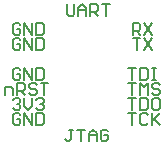
<source format=gto>
G04 Layer_Color=65535*
%FSAX25Y25*%
%MOIN*%
G70*
G01*
G75*
%ADD15C,0.00787*%
D15*
X0425500Y0222636D02*
Y0219356D01*
X0426156Y0218700D01*
X0427468D01*
X0428124Y0219356D01*
Y0222636D01*
X0429436Y0218700D02*
Y0221324D01*
X0430748Y0222636D01*
X0432060Y0221324D01*
Y0218700D01*
Y0220668D01*
X0429436D01*
X0433371Y0218700D02*
Y0222636D01*
X0435339D01*
X0435995Y0221980D01*
Y0220668D01*
X0435339Y0220012D01*
X0433371D01*
X0434683D02*
X0435995Y0218700D01*
X0437307Y0222636D02*
X0439931D01*
X0438619D01*
Y0218700D01*
X0427624Y0180936D02*
X0426312D01*
X0426968D01*
Y0177656D01*
X0426312Y0177000D01*
X0425656D01*
X0425000Y0177656D01*
X0428936Y0180936D02*
X0431560D01*
X0430248D01*
Y0177000D01*
X0432871D02*
Y0179624D01*
X0434183Y0180936D01*
X0435495Y0179624D01*
Y0177000D01*
Y0178968D01*
X0432871D01*
X0439431Y0180280D02*
X0438775Y0180936D01*
X0437463D01*
X0436807Y0180280D01*
Y0177656D01*
X0437463Y0177000D01*
X0438775D01*
X0439431Y0177656D01*
Y0178968D01*
X0438119D01*
X0447500Y0211436D02*
X0450124D01*
X0448812D01*
Y0207500D01*
X0451436Y0211436D02*
X0454060Y0207500D01*
Y0211436D02*
X0451436Y0207500D01*
X0410124Y0210780D02*
X0409468Y0211436D01*
X0408156D01*
X0407500Y0210780D01*
Y0208156D01*
X0408156Y0207500D01*
X0409468D01*
X0410124Y0208156D01*
Y0209468D01*
X0408812D01*
X0411436Y0207500D02*
Y0211436D01*
X0414060Y0207500D01*
Y0211436D01*
X0415372D02*
Y0207500D01*
X0417339D01*
X0417995Y0208156D01*
Y0210780D01*
X0417339Y0211436D01*
X0415372D01*
X0447500Y0212500D02*
Y0216436D01*
X0449468D01*
X0450124Y0215780D01*
Y0214468D01*
X0449468Y0213812D01*
X0447500D01*
X0448812D02*
X0450124Y0212500D01*
X0451436Y0216436D02*
X0454060Y0212500D01*
Y0216436D02*
X0451436Y0212500D01*
X0410124Y0215780D02*
X0409468Y0216436D01*
X0408156D01*
X0407500Y0215780D01*
Y0213156D01*
X0408156Y0212500D01*
X0409468D01*
X0410124Y0213156D01*
Y0214468D01*
X0408812D01*
X0411436Y0212500D02*
Y0216436D01*
X0414060Y0212500D01*
Y0216436D01*
X0415372D02*
Y0212500D01*
X0417339D01*
X0417995Y0213156D01*
Y0215780D01*
X0417339Y0216436D01*
X0415372D01*
X0446000Y0186436D02*
X0448624D01*
X0447312D01*
Y0182500D01*
X0452560Y0185780D02*
X0451904Y0186436D01*
X0450592D01*
X0449936Y0185780D01*
Y0183156D01*
X0450592Y0182500D01*
X0451904D01*
X0452560Y0183156D01*
X0453871Y0186436D02*
Y0182500D01*
Y0183812D01*
X0456495Y0186436D01*
X0454527Y0184468D01*
X0456495Y0182500D01*
X0410124Y0185780D02*
X0409468Y0186436D01*
X0408156D01*
X0407500Y0185780D01*
Y0183156D01*
X0408156Y0182500D01*
X0409468D01*
X0410124Y0183156D01*
Y0184468D01*
X0408812D01*
X0411436Y0182500D02*
Y0186436D01*
X0414060Y0182500D01*
Y0186436D01*
X0415372D02*
Y0182500D01*
X0417339D01*
X0417995Y0183156D01*
Y0185780D01*
X0417339Y0186436D01*
X0415372D01*
X0446000Y0191436D02*
X0448624D01*
X0447312D01*
Y0187500D01*
X0449936Y0191436D02*
Y0187500D01*
X0451904D01*
X0452560Y0188156D01*
Y0190780D01*
X0451904Y0191436D01*
X0449936D01*
X0455839D02*
X0454527D01*
X0453871Y0190780D01*
Y0188156D01*
X0454527Y0187500D01*
X0455839D01*
X0456495Y0188156D01*
Y0190780D01*
X0455839Y0191436D01*
X0407500Y0190780D02*
X0408156Y0191436D01*
X0409468D01*
X0410124Y0190780D01*
Y0190124D01*
X0409468Y0189468D01*
X0408812D01*
X0409468D01*
X0410124Y0188812D01*
Y0188156D01*
X0409468Y0187500D01*
X0408156D01*
X0407500Y0188156D01*
X0411436Y0191436D02*
Y0188812D01*
X0412748Y0187500D01*
X0414060Y0188812D01*
Y0191436D01*
X0415372Y0190780D02*
X0416027Y0191436D01*
X0417339D01*
X0417995Y0190780D01*
Y0190124D01*
X0417339Y0189468D01*
X0416683D01*
X0417339D01*
X0417995Y0188812D01*
Y0188156D01*
X0417339Y0187500D01*
X0416027D01*
X0415372Y0188156D01*
X0446000Y0196436D02*
X0448624D01*
X0447312D01*
Y0192500D01*
X0449936D02*
Y0196436D01*
X0451248Y0195124D01*
X0452560Y0196436D01*
Y0192500D01*
X0456495Y0195780D02*
X0455839Y0196436D01*
X0454527D01*
X0453871Y0195780D01*
Y0195124D01*
X0454527Y0194468D01*
X0455839D01*
X0456495Y0193812D01*
Y0193156D01*
X0455839Y0192500D01*
X0454527D01*
X0453871Y0193156D01*
X0405000Y0192500D02*
Y0195124D01*
X0406968D01*
X0407624Y0194468D01*
Y0192500D01*
X0408936D02*
Y0196436D01*
X0410904D01*
X0411560Y0195780D01*
Y0194468D01*
X0410904Y0193812D01*
X0408936D01*
X0410248D02*
X0411560Y0192500D01*
X0415495Y0195780D02*
X0414839Y0196436D01*
X0413527D01*
X0412872Y0195780D01*
Y0195124D01*
X0413527Y0194468D01*
X0414839D01*
X0415495Y0193812D01*
Y0193156D01*
X0414839Y0192500D01*
X0413527D01*
X0412872Y0193156D01*
X0416807Y0196436D02*
X0419431D01*
X0418119D01*
Y0192500D01*
X0446000Y0201436D02*
X0448624D01*
X0447312D01*
Y0197500D01*
X0449936Y0201436D02*
Y0197500D01*
X0451904D01*
X0452560Y0198156D01*
Y0200780D01*
X0451904Y0201436D01*
X0449936D01*
X0453871D02*
X0455183D01*
X0454527D01*
Y0197500D01*
X0453871D01*
X0455183D01*
X0410124Y0200780D02*
X0409468Y0201436D01*
X0408156D01*
X0407500Y0200780D01*
Y0198156D01*
X0408156Y0197500D01*
X0409468D01*
X0410124Y0198156D01*
Y0199468D01*
X0408812D01*
X0411436Y0197500D02*
Y0201436D01*
X0414060Y0197500D01*
Y0201436D01*
X0415372D02*
Y0197500D01*
X0417339D01*
X0417995Y0198156D01*
Y0200780D01*
X0417339Y0201436D01*
X0415372D01*
M02*

</source>
